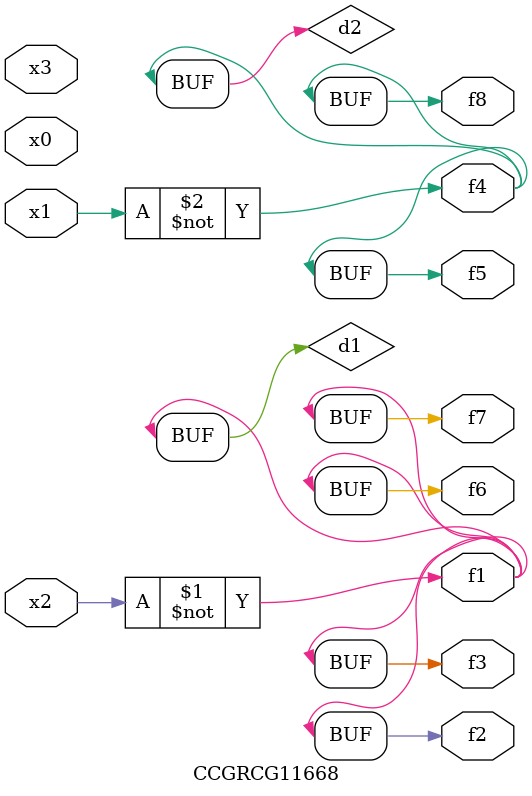
<source format=v>
module CCGRCG11668(
	input x0, x1, x2, x3,
	output f1, f2, f3, f4, f5, f6, f7, f8
);

	wire d1, d2;

	xnor (d1, x2);
	not (d2, x1);
	assign f1 = d1;
	assign f2 = d1;
	assign f3 = d1;
	assign f4 = d2;
	assign f5 = d2;
	assign f6 = d1;
	assign f7 = d1;
	assign f8 = d2;
endmodule

</source>
